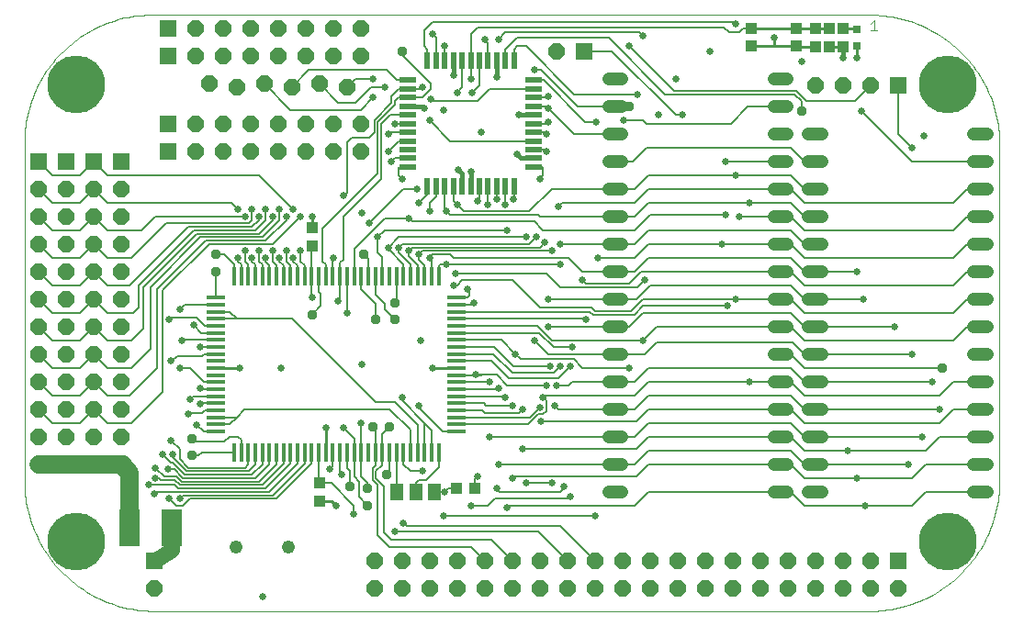
<source format=gtl>
G75*
%MOIN*%
%OFA0B0*%
%FSLAX24Y24*%
%IPPOS*%
%LPD*%
%AMOC8*
5,1,8,0,0,1.08239X$1,22.5*
%
%ADD10C,0.0000*%
%ADD11C,0.0030*%
%ADD12R,0.0394X0.0433*%
%ADD13R,0.0315X0.0315*%
%ADD14R,0.0433X0.0394*%
%ADD15C,0.2100*%
%ADD16R,0.0157X0.0709*%
%ADD17R,0.0709X0.0157*%
%ADD18C,0.0480*%
%ADD19R,0.0394X0.0394*%
%ADD20R,0.0600X0.0600*%
%ADD21OC8,0.0600*%
%ADD22R,0.0591X0.0197*%
%ADD23R,0.0197X0.0591*%
%ADD24C,0.0480*%
%ADD25OC8,0.0337*%
%ADD26R,0.0748X0.1339*%
%ADD27R,0.0512X0.0591*%
%ADD28C,0.0100*%
%ADD29C,0.0258*%
%ADD30C,0.0660*%
%ADD31C,0.0160*%
%ADD32C,0.0050*%
%ADD33C,0.0560*%
D10*
X005630Y001046D02*
X031435Y001046D01*
X031435Y001047D02*
X031570Y001048D01*
X031705Y001053D01*
X031840Y001062D01*
X031974Y001075D01*
X032108Y001091D01*
X032242Y001111D01*
X032375Y001136D01*
X032507Y001163D01*
X032638Y001195D01*
X032769Y001231D01*
X032898Y001270D01*
X033026Y001312D01*
X033153Y001359D01*
X033278Y001409D01*
X033402Y001462D01*
X033525Y001520D01*
X033646Y001580D01*
X033765Y001644D01*
X033882Y001712D01*
X033997Y001782D01*
X034110Y001856D01*
X034221Y001933D01*
X034329Y002014D01*
X034436Y002097D01*
X034539Y002183D01*
X034641Y002273D01*
X034740Y002365D01*
X034836Y002460D01*
X034929Y002557D01*
X035020Y002658D01*
X035107Y002760D01*
X035192Y002866D01*
X035274Y002973D01*
X035352Y003083D01*
X035427Y003195D01*
X035499Y003310D01*
X035568Y003426D01*
X035634Y003544D01*
X035696Y003664D01*
X035754Y003786D01*
X035810Y003909D01*
X035861Y004034D01*
X035909Y004160D01*
X035953Y004288D01*
X035994Y004417D01*
X036031Y004546D01*
X036064Y004677D01*
X036094Y004809D01*
X036120Y004942D01*
X036142Y005075D01*
X036160Y005209D01*
X036174Y005343D01*
X036185Y005478D01*
X036191Y005613D01*
X036194Y005748D01*
X036194Y018019D01*
X036191Y018156D01*
X036184Y018293D01*
X036173Y018429D01*
X036159Y018566D01*
X036140Y018701D01*
X036117Y018836D01*
X036091Y018971D01*
X036060Y019104D01*
X036026Y019237D01*
X035988Y019369D01*
X035946Y019499D01*
X035900Y019628D01*
X035850Y019756D01*
X035797Y019882D01*
X035740Y020007D01*
X035680Y020130D01*
X035616Y020251D01*
X035548Y020370D01*
X035477Y020487D01*
X035403Y020602D01*
X035325Y020715D01*
X035245Y020826D01*
X035161Y020934D01*
X035073Y021040D01*
X034983Y021143D01*
X034890Y021243D01*
X034794Y021341D01*
X034695Y021436D01*
X034593Y021528D01*
X034489Y021617D01*
X034382Y021703D01*
X034273Y021785D01*
X034162Y021865D01*
X034048Y021941D01*
X033932Y022014D01*
X033814Y022083D01*
X033694Y022149D01*
X033572Y022212D01*
X033448Y022271D01*
X033323Y022326D01*
X033196Y022378D01*
X033068Y022426D01*
X032938Y022470D01*
X032807Y022510D01*
X032675Y022547D01*
X032542Y022580D01*
X032408Y022608D01*
X032273Y022633D01*
X032138Y022654D01*
X032002Y022671D01*
X031866Y022685D01*
X031729Y022694D01*
X031592Y022699D01*
X031455Y022700D01*
X005498Y022700D01*
X000801Y018123D02*
X000801Y005692D01*
X000805Y005557D01*
X000814Y005422D01*
X000826Y005287D01*
X000842Y005153D01*
X000862Y005019D01*
X000886Y004886D01*
X000913Y004754D01*
X000945Y004622D01*
X000980Y004491D01*
X001019Y004362D01*
X001061Y004233D01*
X001107Y004106D01*
X001157Y003980D01*
X001210Y003856D01*
X001267Y003733D01*
X001327Y003612D01*
X001391Y003492D01*
X001458Y003375D01*
X001529Y003259D01*
X001602Y003146D01*
X001679Y003035D01*
X001759Y002926D01*
X001843Y002819D01*
X001929Y002714D01*
X002018Y002613D01*
X002110Y002513D01*
X002205Y002417D01*
X002302Y002323D01*
X002402Y002232D01*
X002505Y002144D01*
X002610Y002059D01*
X002718Y001977D01*
X002828Y001898D01*
X002940Y001822D01*
X003054Y001749D01*
X003170Y001680D01*
X003288Y001614D01*
X003408Y001552D01*
X003530Y001493D01*
X003653Y001437D01*
X003778Y001385D01*
X003905Y001336D01*
X004032Y001292D01*
X004161Y001250D01*
X004291Y001213D01*
X004422Y001179D01*
X004554Y001149D01*
X004687Y001123D01*
X004820Y001101D01*
X004954Y001082D01*
X005089Y001067D01*
X005224Y001056D01*
X005359Y001049D01*
X005494Y001046D01*
X005630Y001047D01*
X000800Y018123D02*
X000804Y018258D01*
X000812Y018393D01*
X000823Y018527D01*
X000839Y018661D01*
X000858Y018795D01*
X000881Y018928D01*
X000908Y019060D01*
X000939Y019191D01*
X000974Y019321D01*
X001012Y019451D01*
X001055Y019579D01*
X001101Y019705D01*
X001150Y019831D01*
X001203Y019955D01*
X001260Y020077D01*
X001321Y020198D01*
X001384Y020317D01*
X001452Y020434D01*
X001522Y020548D01*
X001596Y020661D01*
X001673Y020772D01*
X001754Y020880D01*
X001837Y020986D01*
X001924Y021090D01*
X002013Y021190D01*
X002106Y021289D01*
X002201Y021384D01*
X002299Y021477D01*
X002400Y021567D01*
X002503Y021654D01*
X002608Y021737D01*
X002717Y021818D01*
X002827Y021896D01*
X002940Y021970D01*
X003054Y022041D01*
X003171Y022109D01*
X003290Y022173D01*
X003410Y022233D01*
X003532Y022291D01*
X003656Y022344D01*
X003781Y022394D01*
X003908Y022441D01*
X004036Y022483D01*
X004165Y022522D01*
X004295Y022557D01*
X004426Y022589D01*
X004558Y022616D01*
X004691Y022640D01*
X004825Y022659D01*
X004959Y022675D01*
X005093Y022687D01*
X005228Y022695D01*
X005362Y022699D01*
X005497Y022700D01*
D11*
X031515Y022387D02*
X031638Y022510D01*
X031638Y022140D01*
X031515Y022140D02*
X031762Y022140D01*
D12*
X029500Y022210D03*
X029500Y021540D03*
X017147Y005500D03*
X016478Y005500D03*
D13*
X031000Y021580D03*
X031000Y022170D03*
D14*
X030500Y022210D03*
X030000Y022210D03*
X030000Y021540D03*
X030500Y021540D03*
X011250Y014960D03*
X011250Y014290D03*
X011500Y005710D03*
X011500Y005040D03*
D15*
X002697Y003572D03*
X002697Y020178D03*
X034303Y020178D03*
X034303Y003572D03*
D16*
X015836Y006811D03*
X015580Y006811D03*
X015324Y006811D03*
X015068Y006811D03*
X014812Y006811D03*
X014556Y006811D03*
X014300Y006811D03*
X014044Y006811D03*
X013788Y006811D03*
X013532Y006811D03*
X013277Y006811D03*
X013021Y006811D03*
X012765Y006811D03*
X012509Y006811D03*
X012253Y006811D03*
X011997Y006811D03*
X011741Y006811D03*
X011485Y006811D03*
X011229Y006811D03*
X010973Y006811D03*
X010718Y006811D03*
X010462Y006811D03*
X010206Y006811D03*
X009950Y006811D03*
X009694Y006811D03*
X009438Y006811D03*
X009182Y006811D03*
X008926Y006811D03*
X008670Y006811D03*
X008414Y006811D03*
X008414Y013189D03*
X008670Y013189D03*
X008926Y013189D03*
X009182Y013189D03*
X009438Y013189D03*
X009694Y013189D03*
X009950Y013189D03*
X010206Y013189D03*
X010462Y013189D03*
X010718Y013189D03*
X010973Y013189D03*
X011229Y013189D03*
X011485Y013189D03*
X011741Y013189D03*
X011997Y013189D03*
X012253Y013189D03*
X012509Y013189D03*
X012765Y013189D03*
X013021Y013189D03*
X013277Y013189D03*
X013532Y013189D03*
X013788Y013189D03*
X014044Y013189D03*
X014300Y013189D03*
X014556Y013189D03*
X014812Y013189D03*
X015068Y013189D03*
X015324Y013189D03*
X015580Y013189D03*
X015836Y013189D03*
D17*
X016495Y012431D03*
X016495Y012175D03*
X016495Y011919D03*
X016495Y011663D03*
X016495Y011407D03*
X016495Y011152D03*
X016495Y010896D03*
X016495Y010640D03*
X016495Y010384D03*
X016495Y010128D03*
X016495Y009872D03*
X016495Y009616D03*
X016495Y009360D03*
X016495Y009104D03*
X016495Y008848D03*
X016495Y008593D03*
X016495Y008337D03*
X016495Y008081D03*
X016495Y007825D03*
X016495Y007569D03*
X007755Y007569D03*
X007755Y007825D03*
X007755Y008081D03*
X007755Y008337D03*
X007755Y008593D03*
X007755Y008848D03*
X007755Y009104D03*
X007755Y009360D03*
X007755Y009616D03*
X007755Y009872D03*
X007755Y010128D03*
X007755Y010384D03*
X007755Y010640D03*
X007755Y010896D03*
X007755Y011152D03*
X007755Y011407D03*
X007755Y011663D03*
X007755Y011919D03*
X007755Y012175D03*
X007755Y012431D03*
D18*
X022010Y012375D02*
X022490Y012375D01*
X022490Y011375D02*
X022010Y011375D01*
X022010Y010375D02*
X022490Y010375D01*
X022490Y009375D02*
X022010Y009375D01*
X022010Y008375D02*
X022490Y008375D01*
X022490Y007375D02*
X022010Y007375D01*
X022010Y006375D02*
X022490Y006375D01*
X022490Y005375D02*
X022010Y005375D01*
X028010Y005375D02*
X028490Y005375D01*
X029260Y005375D02*
X029740Y005375D01*
X029740Y006375D02*
X029260Y006375D01*
X028490Y006375D02*
X028010Y006375D01*
X028010Y007375D02*
X028490Y007375D01*
X029260Y007375D02*
X029740Y007375D01*
X029740Y008375D02*
X029260Y008375D01*
X028490Y008375D02*
X028010Y008375D01*
X028010Y009375D02*
X028490Y009375D01*
X029260Y009375D02*
X029740Y009375D01*
X029740Y010375D02*
X029260Y010375D01*
X028490Y010375D02*
X028010Y010375D01*
X028010Y011375D02*
X028490Y011375D01*
X029260Y011375D02*
X029740Y011375D01*
X029740Y012375D02*
X029260Y012375D01*
X028490Y012375D02*
X028010Y012375D01*
X028010Y013375D02*
X028490Y013375D01*
X029260Y013375D02*
X029740Y013375D01*
X029740Y014375D02*
X029260Y014375D01*
X028490Y014375D02*
X028010Y014375D01*
X028010Y015375D02*
X028490Y015375D01*
X029260Y015375D02*
X029740Y015375D01*
X029740Y016375D02*
X029260Y016375D01*
X028490Y016375D02*
X028010Y016375D01*
X028010Y017375D02*
X028490Y017375D01*
X029260Y017375D02*
X029740Y017375D01*
X029740Y018375D02*
X029260Y018375D01*
X028490Y018375D02*
X028010Y018375D01*
X028010Y019375D02*
X028490Y019375D01*
X028490Y020375D02*
X028010Y020375D01*
X022490Y020375D02*
X022010Y020375D01*
X022010Y019375D02*
X022490Y019375D01*
X022490Y018375D02*
X022010Y018375D01*
X022010Y017375D02*
X022490Y017375D01*
X022490Y016375D02*
X022010Y016375D01*
X022010Y015375D02*
X022490Y015375D01*
X022490Y014375D02*
X022010Y014375D01*
X022010Y013375D02*
X022490Y013375D01*
X035260Y013375D02*
X035740Y013375D01*
X035740Y012375D02*
X035260Y012375D01*
X035260Y011375D02*
X035740Y011375D01*
X035740Y010375D02*
X035260Y010375D01*
X035260Y009375D02*
X035740Y009375D01*
X035740Y008375D02*
X035260Y008375D01*
X035260Y007375D02*
X035740Y007375D01*
X035740Y006375D02*
X035260Y006375D01*
X035260Y005375D02*
X035740Y005375D01*
X035740Y014375D02*
X035260Y014375D01*
X035260Y015375D02*
X035740Y015375D01*
X035740Y016375D02*
X035260Y016375D01*
X035260Y017375D02*
X035740Y017375D01*
X035740Y018375D02*
X035260Y018375D01*
D19*
X028827Y021560D03*
X028827Y022190D03*
X027173Y022190D03*
X027173Y021560D03*
D20*
X032500Y020125D03*
X021125Y021375D03*
X006000Y021188D03*
X006000Y022188D03*
X006000Y018750D03*
X006000Y017750D03*
X004313Y017375D03*
X003313Y017375D03*
X002313Y017375D03*
X001313Y017375D03*
X005500Y002875D03*
X032500Y002875D03*
D21*
X005500Y001875D03*
X004313Y006375D03*
X003313Y006375D03*
X002313Y006375D03*
X001313Y006375D03*
X001313Y007375D03*
X002313Y007375D03*
X003313Y007375D03*
X004313Y007375D03*
X004313Y008375D03*
X003313Y008375D03*
X002313Y008375D03*
X001313Y008375D03*
X001313Y009375D03*
X002313Y009375D03*
X003313Y009375D03*
X004313Y009375D03*
X004313Y010375D03*
X003313Y010375D03*
X002313Y010375D03*
X001313Y010375D03*
X001313Y011375D03*
X002313Y011375D03*
X003313Y011375D03*
X004313Y011375D03*
X004313Y012375D03*
X003313Y012375D03*
X002313Y012375D03*
X001313Y012375D03*
X001313Y013375D03*
X002313Y013375D03*
X003313Y013375D03*
X004313Y013375D03*
X004313Y014375D03*
X003313Y014375D03*
X002313Y014375D03*
X001313Y014375D03*
X001313Y015375D03*
X002313Y015375D03*
X003313Y015375D03*
X004313Y015375D03*
X004313Y016375D03*
X003313Y016375D03*
X002313Y016375D03*
X001313Y016375D03*
X007000Y017750D03*
X008000Y017750D03*
X009000Y017750D03*
X010000Y017750D03*
X011000Y017750D03*
X012000Y017750D03*
X013000Y017750D03*
X013000Y018750D03*
X012000Y018750D03*
X011000Y018750D03*
X010000Y018750D03*
X009000Y018750D03*
X008000Y018750D03*
X007000Y018750D03*
X007500Y020188D03*
X008500Y020063D03*
X009500Y020188D03*
X010500Y020063D03*
X011500Y020188D03*
X012500Y020063D03*
X012000Y021188D03*
X011000Y021188D03*
X010000Y021188D03*
X009000Y021188D03*
X008000Y021188D03*
X007000Y021188D03*
X007000Y022188D03*
X008000Y022188D03*
X009000Y022188D03*
X010000Y022188D03*
X011000Y022188D03*
X012000Y022188D03*
X013000Y022188D03*
X013000Y021188D03*
X020125Y021375D03*
X029500Y020125D03*
X030500Y020125D03*
X031500Y020125D03*
X031500Y002875D03*
X030500Y002875D03*
X029500Y002875D03*
X028500Y002875D03*
X027500Y002875D03*
X026500Y002875D03*
X025500Y002875D03*
X024500Y002875D03*
X023500Y002875D03*
X022500Y002875D03*
X021500Y002875D03*
X020500Y002875D03*
X019500Y002875D03*
X018500Y002875D03*
X017500Y002875D03*
X016500Y002875D03*
X015500Y002875D03*
X014500Y002875D03*
X013500Y002875D03*
X013500Y001875D03*
X014500Y001875D03*
X015500Y001875D03*
X016500Y001875D03*
X017500Y001875D03*
X018500Y001875D03*
X019500Y001875D03*
X020500Y001875D03*
X021500Y001875D03*
X022500Y001875D03*
X023500Y001875D03*
X024500Y001875D03*
X025500Y001875D03*
X026500Y001875D03*
X027500Y001875D03*
X028500Y001875D03*
X029500Y001875D03*
X030500Y001875D03*
X031500Y001875D03*
X032500Y001875D03*
D22*
X019283Y017175D03*
X019283Y017490D03*
X019283Y017805D03*
X019283Y018120D03*
X019283Y018435D03*
X019283Y018750D03*
X019283Y019065D03*
X019283Y019380D03*
X019283Y019695D03*
X019283Y020010D03*
X019283Y020325D03*
X014717Y020325D03*
X014717Y020010D03*
X014717Y019695D03*
X014717Y019380D03*
X014717Y019065D03*
X014717Y018750D03*
X014717Y018435D03*
X014717Y018120D03*
X014717Y017805D03*
X014717Y017490D03*
X014717Y017175D03*
D23*
X015425Y016467D03*
X015740Y016467D03*
X016055Y016467D03*
X016370Y016467D03*
X016685Y016467D03*
X017000Y016467D03*
X017315Y016467D03*
X017630Y016467D03*
X017945Y016467D03*
X018260Y016467D03*
X018575Y016467D03*
X018575Y021033D03*
X018260Y021033D03*
X017945Y021033D03*
X017630Y021033D03*
X017315Y021033D03*
X017000Y021033D03*
X016685Y021033D03*
X016370Y021033D03*
X016055Y021033D03*
X015740Y021033D03*
X015425Y021033D03*
D24*
X010388Y003375D03*
X008488Y003375D03*
D25*
X012625Y005563D03*
X013250Y005500D03*
X013938Y006000D03*
X013250Y004875D03*
X013438Y007750D03*
X014063Y007750D03*
X014250Y011625D03*
X013563Y011625D03*
X014250Y012250D03*
X013125Y014000D03*
X011250Y011813D03*
X007750Y013375D03*
X007750Y014000D03*
X006875Y007313D03*
X006875Y006688D03*
X022750Y019375D03*
X029000Y019188D03*
X034125Y009875D03*
X014500Y021375D03*
D26*
X006143Y004063D03*
X004607Y004063D03*
D27*
X014331Y005375D03*
X015000Y005375D03*
X015669Y005375D03*
D28*
X012125Y004875D02*
X011960Y005040D01*
X011500Y005040D01*
X011500Y005710D02*
X011485Y005724D01*
X011741Y006811D02*
X011741Y007679D01*
X011750Y007688D01*
X008625Y009875D02*
X008622Y009872D01*
X007755Y009872D01*
X011229Y014270D02*
X011250Y014290D01*
X011250Y014960D02*
X011250Y015375D01*
X015625Y009875D02*
X015690Y009872D01*
X016495Y009872D01*
X031000Y021125D02*
X031000Y021580D01*
X030500Y021540D02*
X030000Y021540D01*
X029500Y021540D02*
X028827Y021540D01*
X028827Y021560D01*
X028000Y021560D01*
X027173Y021560D01*
X028000Y021560D02*
X028000Y021875D01*
X027173Y022190D02*
X028827Y022190D01*
X029480Y022190D01*
X029500Y022210D02*
X030000Y022210D01*
X030500Y022210D02*
X030961Y022210D01*
D29*
X031000Y021125D03*
X030500Y021125D03*
X029000Y021000D03*
X028000Y021875D03*
X026625Y022375D03*
X025688Y021375D03*
X024438Y020375D03*
X023063Y019813D03*
X023813Y019063D03*
X024688Y019063D03*
X022563Y018875D03*
X021563Y018813D03*
X019813Y018813D03*
X019750Y018375D03*
X019750Y017750D03*
X018688Y017625D03*
X019500Y016750D03*
X018563Y016000D03*
X018250Y015813D03*
X017938Y016000D03*
X017625Y015813D03*
X017250Y015938D03*
X016500Y015813D03*
X016125Y015563D03*
X015500Y015563D03*
X015125Y015875D03*
X015063Y016375D03*
X014500Y016750D03*
X014125Y017375D03*
X014000Y017750D03*
X014000Y018375D03*
X014250Y018750D03*
X015313Y019313D03*
X015563Y019625D03*
X015250Y020063D03*
X016375Y020500D03*
X017000Y020375D03*
X017063Y019875D03*
X016500Y019875D03*
X016000Y019250D03*
X015500Y018875D03*
X017375Y018438D03*
X018750Y019063D03*
X019813Y019313D03*
X019813Y019750D03*
X019313Y020688D03*
X017938Y020438D03*
X016063Y021563D03*
X015625Y022000D03*
X017500Y021813D03*
X018000Y021813D03*
X013875Y020063D03*
X013438Y020375D03*
X013438Y019688D03*
X016563Y017063D03*
X017000Y017000D03*
X014750Y015313D03*
X013625Y014625D03*
X014000Y014250D03*
X014375Y014250D03*
X014750Y014125D03*
X015125Y014000D03*
X015500Y013875D03*
X016125Y013625D03*
X016438Y013313D03*
X016375Y012875D03*
X016875Y012750D03*
X017125Y012250D03*
X015188Y010875D03*
X015625Y009875D03*
X017188Y009625D03*
X017688Y009375D03*
X018000Y009125D03*
X018250Y008813D03*
X018500Y008500D03*
X018875Y008375D03*
X019500Y008438D03*
X019625Y008813D03*
X019750Y009250D03*
X020125Y009250D03*
X020250Y009938D03*
X019875Y009938D03*
X020625Y009938D03*
X020688Y010625D03*
X019813Y011375D03*
X019313Y010875D03*
X018625Y010375D03*
X021188Y011625D03*
X019813Y012375D03*
X021063Y013063D03*
X020250Y013625D03*
X019938Y014125D03*
X020250Y014375D03*
X019688Y014438D03*
X019375Y014625D03*
X019000Y014625D03*
X018313Y014875D03*
X020188Y015750D03*
X021625Y013875D03*
X023313Y013063D03*
X026125Y014375D03*
X026250Y015438D03*
X026750Y015375D03*
X027125Y015875D03*
X026625Y016875D03*
X026250Y017375D03*
X031188Y019188D03*
X033000Y017875D03*
X033438Y018313D03*
X031000Y013375D03*
X031250Y012375D03*
X032375Y011375D03*
X033000Y010375D03*
X033750Y009375D03*
X034000Y008375D03*
X033375Y007375D03*
X032875Y006375D03*
X031000Y005875D03*
X030688Y006875D03*
X031313Y004875D03*
X027125Y009375D03*
X023250Y010875D03*
X022750Y009875D03*
X020063Y008500D03*
X019563Y007938D03*
X018875Y006938D03*
X018000Y006375D03*
X018500Y005875D03*
X019000Y005688D03*
X019938Y005688D03*
X020375Y005563D03*
X020625Y005188D03*
X021500Y004500D03*
X018313Y004813D03*
X017938Y005500D03*
X017250Y005938D03*
X016063Y005375D03*
X017000Y004875D03*
X016000Y004500D03*
X014563Y004250D03*
X014250Y003938D03*
X012750Y004563D03*
X012125Y004875D03*
X012313Y006000D03*
X011875Y006188D03*
X011750Y007688D03*
X012375Y007688D03*
X013000Y007875D03*
X014500Y008813D03*
X015125Y008500D03*
X013063Y010000D03*
X012500Y011875D03*
X012188Y012313D03*
X011250Y012438D03*
X010563Y013875D03*
X010813Y014125D03*
X010313Y014125D03*
X010063Y013875D03*
X009813Y014125D03*
X009563Y013875D03*
X009313Y014125D03*
X009063Y013875D03*
X008813Y014125D03*
X008563Y013875D03*
X008813Y015375D03*
X009063Y015625D03*
X009313Y015375D03*
X009563Y015625D03*
X009813Y015375D03*
X010063Y015625D03*
X010313Y015375D03*
X010563Y015625D03*
X010813Y015375D03*
X011250Y015375D03*
X012375Y016125D03*
X013063Y015500D03*
X013313Y015125D03*
X012000Y013875D03*
X008563Y015625D03*
X006438Y012000D03*
X006063Y011625D03*
X006938Y011438D03*
X006500Y010875D03*
X007188Y010625D03*
X006438Y009875D03*
X006125Y010125D03*
X007188Y009125D03*
X006813Y008750D03*
X007188Y008563D03*
X006750Y008188D03*
X007063Y007813D03*
X006125Y007250D03*
X006188Y006750D03*
X005813Y006750D03*
X005563Y006250D03*
X005563Y005875D03*
X005313Y005625D03*
X005500Y005313D03*
X006063Y005125D03*
X006438Y005125D03*
X006000Y006188D03*
X008625Y009875D03*
X010125Y009875D03*
X015250Y006125D03*
X017688Y007375D03*
X026313Y012125D03*
X026625Y012375D03*
X022750Y021563D03*
X023250Y021938D03*
X009438Y001563D03*
D30*
X004607Y004063D02*
X004607Y006080D01*
X004313Y006375D01*
X003313Y006375D01*
X004375Y006375D02*
X001313Y006375D01*
D31*
X016685Y016467D02*
X016685Y016940D01*
X016563Y017063D01*
X017000Y017000D02*
X017000Y016467D01*
X018688Y017625D02*
X018822Y017490D01*
X019283Y017490D01*
X019283Y019065D02*
X018752Y019065D01*
X018750Y019063D01*
X017938Y020438D02*
X017945Y020445D01*
X017945Y021033D01*
X016370Y021033D02*
X016370Y020505D01*
X016375Y020500D01*
X015245Y019380D02*
X014717Y019380D01*
X015245Y019380D02*
X015313Y019313D01*
X030500Y021125D02*
X030500Y021540D01*
D32*
X030961Y022170D02*
X031000Y022170D01*
X030961Y022210D01*
X029500Y022210D02*
X029480Y022190D01*
X027173Y022190D02*
X026877Y022190D01*
X026750Y022063D01*
X026375Y022063D01*
X026188Y022250D01*
X017250Y022250D01*
X017000Y022000D01*
X017000Y021033D01*
X017000Y020375D01*
X017315Y020127D02*
X017063Y019875D01*
X017315Y020127D02*
X017315Y021033D01*
X017630Y021033D02*
X017630Y021683D01*
X017500Y021813D01*
X018000Y021813D02*
X018250Y022063D01*
X023125Y022063D01*
X023250Y021938D01*
X022750Y021563D02*
X024375Y019938D01*
X028813Y019938D01*
X029188Y019563D01*
X030938Y019563D01*
X031500Y020125D01*
X032500Y020125D02*
X032500Y018375D01*
X033000Y017875D01*
X033000Y017375D02*
X031188Y019188D01*
X029000Y019188D02*
X029000Y019563D01*
X028750Y019813D01*
X024063Y019813D01*
X022000Y021875D01*
X018688Y021875D01*
X018260Y021447D01*
X018260Y021033D01*
X018575Y021033D02*
X018575Y021450D01*
X018688Y021563D01*
X019000Y021563D01*
X020750Y019813D01*
X023063Y019813D01*
X022750Y019375D02*
X022250Y019375D01*
X020875Y019375D01*
X019563Y020688D01*
X019313Y020688D01*
X019283Y020325D02*
X019637Y020325D01*
X021150Y018813D01*
X021563Y018813D01*
X022250Y018375D02*
X020750Y018375D01*
X019813Y019313D01*
X019745Y019380D01*
X019283Y019380D01*
X019283Y019695D02*
X019757Y019695D01*
X019813Y019750D01*
X019283Y020010D02*
X017697Y020010D01*
X017250Y019563D01*
X015625Y019563D01*
X015563Y019625D01*
X015257Y019695D02*
X015563Y020000D01*
X015563Y020188D01*
X014500Y021250D01*
X014500Y021375D01*
X015313Y021563D02*
X015313Y022125D01*
X015625Y022438D01*
X026563Y022438D01*
X026625Y022375D01*
X027171Y022188D02*
X027173Y022190D01*
X027063Y019375D02*
X026438Y018750D01*
X023375Y018750D01*
X023250Y018875D01*
X022563Y018875D01*
X023375Y017875D02*
X022875Y017375D01*
X022250Y017375D01*
X023375Y017875D02*
X028625Y017875D01*
X029125Y017375D01*
X029500Y017375D01*
X028625Y016875D02*
X029125Y016375D01*
X029500Y016375D01*
X029125Y015875D02*
X028625Y016375D01*
X028250Y016375D01*
X023438Y016375D01*
X022938Y015875D01*
X020313Y015875D01*
X020188Y015750D01*
X019938Y016375D02*
X019125Y015563D01*
X016750Y015563D01*
X016500Y015813D01*
X016370Y015942D01*
X016370Y016467D01*
X016055Y016467D02*
X016055Y015632D01*
X016125Y015563D01*
X016250Y015438D01*
X019438Y015438D01*
X019500Y015375D01*
X022250Y015375D01*
X022938Y015375D01*
X023438Y015875D01*
X027125Y015875D01*
X028625Y015875D01*
X029125Y015375D01*
X029500Y015375D01*
X029125Y014875D02*
X028625Y015375D01*
X028250Y015375D01*
X026750Y015375D01*
X026250Y015438D02*
X023500Y015438D01*
X022938Y014875D01*
X019625Y014875D01*
X019313Y015188D01*
X014875Y015188D01*
X014750Y015313D01*
X013875Y015313D01*
X012765Y014202D01*
X012765Y013189D01*
X013021Y013189D02*
X013021Y012729D01*
X013563Y012188D01*
X013563Y011625D01*
X013875Y012000D02*
X014250Y011625D01*
X013875Y012000D02*
X013875Y012188D01*
X013532Y012530D01*
X013532Y013189D01*
X013277Y013189D02*
X013277Y013848D01*
X013125Y014000D01*
X013625Y014063D02*
X013625Y014625D01*
X013875Y014875D01*
X018313Y014875D01*
X019000Y014625D02*
X014375Y014625D01*
X014000Y014250D01*
X014000Y014188D01*
X014556Y013631D01*
X014556Y013189D01*
X014300Y013189D02*
X014300Y012300D01*
X014250Y012250D01*
X013788Y013189D02*
X013788Y013899D01*
X013625Y014063D01*
X014375Y014063D02*
X014375Y014250D01*
X014500Y014375D01*
X019125Y014375D01*
X019375Y014625D01*
X019688Y014438D02*
X019500Y014250D01*
X014875Y014250D01*
X014750Y014125D01*
X014750Y013938D01*
X015068Y013620D01*
X015068Y013189D01*
X015324Y013189D02*
X015324Y013614D01*
X015125Y013813D01*
X015125Y014000D01*
X015250Y014125D01*
X019938Y014125D01*
X020250Y014375D02*
X022250Y014375D01*
X022938Y014375D01*
X023438Y014875D01*
X028625Y014875D01*
X029125Y014375D01*
X029500Y014375D01*
X029125Y013875D02*
X028625Y014375D01*
X028250Y014375D01*
X026125Y014375D01*
X023438Y014375D01*
X022938Y013875D01*
X021625Y013875D01*
X021063Y013375D02*
X022250Y013375D01*
X022938Y013375D01*
X023438Y013875D01*
X028625Y013875D01*
X029125Y013375D01*
X029500Y013375D01*
X031000Y013375D01*
X031250Y012375D02*
X029500Y012375D01*
X029125Y012375D01*
X028625Y012875D01*
X023500Y012875D01*
X023000Y012375D01*
X022250Y012375D01*
X019813Y012375D01*
X019500Y012063D02*
X018500Y013063D01*
X016688Y013063D01*
X016500Y012875D01*
X016375Y012875D01*
X016875Y012750D02*
X016938Y012688D01*
X016938Y012500D01*
X016869Y012431D01*
X016495Y012431D01*
X016495Y012175D02*
X017050Y012175D01*
X017125Y012250D01*
X016495Y011919D02*
X021331Y011919D01*
X021438Y011813D01*
X022938Y011813D01*
X023250Y012125D01*
X026313Y012125D01*
X026625Y012375D02*
X023250Y012375D01*
X022813Y011938D01*
X021500Y011938D01*
X021375Y012063D01*
X019500Y012063D01*
X019405Y011407D02*
X019938Y010875D01*
X023250Y010875D01*
X023750Y011375D01*
X028250Y011375D01*
X028625Y011375D01*
X029125Y010875D01*
X034500Y010875D01*
X035000Y011375D01*
X035500Y011375D01*
X034500Y011875D02*
X029125Y011875D01*
X028625Y012375D01*
X028250Y012375D01*
X026625Y012375D01*
X028250Y013375D02*
X023188Y013375D01*
X022750Y012938D01*
X021188Y012938D01*
X021063Y013063D01*
X021063Y013375D02*
X020563Y013875D01*
X016375Y013875D01*
X016250Y014000D01*
X015625Y014000D01*
X015500Y013875D01*
X015580Y013795D01*
X015580Y013189D01*
X015836Y013189D02*
X015836Y013586D01*
X015875Y013625D01*
X016125Y013625D01*
X020250Y013625D01*
X019750Y013313D02*
X016438Y013313D01*
X014812Y013189D02*
X014812Y013625D01*
X014375Y014063D01*
X013313Y015125D02*
X014563Y016375D01*
X015063Y016375D01*
X015425Y016467D02*
X015425Y016175D01*
X015125Y015875D01*
X015500Y015875D02*
X015500Y015563D01*
X015500Y015875D02*
X015740Y016115D01*
X015740Y016467D01*
X016685Y016467D02*
X016688Y016464D01*
X017315Y016467D02*
X017315Y016002D01*
X017250Y015938D01*
X017625Y015813D02*
X017630Y015817D01*
X017630Y016467D01*
X017945Y016467D02*
X017945Y016007D01*
X017938Y016000D01*
X018260Y015885D02*
X018250Y015813D01*
X018260Y015885D02*
X018260Y016467D01*
X018575Y016467D02*
X018575Y016012D01*
X018563Y016000D01*
X019500Y016750D02*
X019625Y016875D01*
X019625Y017125D01*
X019575Y017175D01*
X019283Y017175D01*
X019283Y017805D02*
X019695Y017805D01*
X019750Y017750D01*
X019283Y018120D02*
X016255Y018120D01*
X015500Y018875D01*
X014717Y018750D02*
X014250Y018750D01*
X014065Y018435D02*
X014000Y018375D01*
X014065Y018435D02*
X014717Y018435D01*
X014717Y018120D02*
X014370Y018120D01*
X014000Y017750D01*
X014240Y017490D02*
X014125Y017375D01*
X014240Y017490D02*
X014717Y017490D01*
X014717Y017175D02*
X014425Y017175D01*
X014375Y017125D01*
X014375Y016875D01*
X014500Y016750D01*
X013750Y016750D02*
X013750Y018750D01*
X014065Y019065D01*
X014717Y019065D01*
X014250Y019438D02*
X013625Y018813D01*
X013625Y016938D01*
X011625Y014938D01*
X011625Y013750D01*
X011741Y013634D01*
X011741Y013189D01*
X011485Y013189D02*
X011485Y012640D01*
X011563Y012563D01*
X011563Y012125D01*
X011250Y011813D01*
X011250Y012438D02*
X011229Y012458D01*
X011229Y013189D01*
X011229Y014270D01*
X010813Y014125D02*
X010813Y013750D01*
X010973Y013589D01*
X010973Y013189D01*
X010718Y013189D02*
X010718Y013595D01*
X010563Y013750D01*
X010563Y013875D01*
X010313Y013750D02*
X010313Y014125D01*
X010063Y013875D02*
X010063Y013750D01*
X010206Y013607D01*
X010206Y013189D01*
X010462Y013189D02*
X010462Y013601D01*
X010313Y013750D01*
X009950Y013613D02*
X009813Y013750D01*
X009813Y014125D01*
X009813Y014375D02*
X007500Y014375D01*
X005813Y012688D01*
X005813Y009000D01*
X004688Y007875D01*
X003813Y007875D01*
X003313Y008375D01*
X002813Y007875D01*
X001813Y007875D01*
X001313Y008375D01*
X001813Y008875D02*
X002813Y008875D01*
X003313Y009375D01*
X003813Y008875D01*
X004625Y008875D01*
X005625Y009875D01*
X005625Y012750D01*
X007375Y014500D01*
X009563Y014500D01*
X010313Y015250D01*
X010313Y015375D01*
X010063Y015250D02*
X009438Y014625D01*
X007188Y014625D01*
X005375Y012813D01*
X005375Y010563D01*
X004688Y009875D01*
X003813Y009875D01*
X003313Y010375D01*
X002813Y009875D01*
X001813Y009875D01*
X001313Y010375D01*
X001813Y010875D02*
X002813Y010875D01*
X003313Y011375D01*
X003813Y010875D01*
X004688Y010875D01*
X005125Y011313D01*
X005125Y012813D01*
X007063Y014750D01*
X009313Y014750D01*
X009813Y015250D01*
X009813Y015375D01*
X010063Y015250D02*
X010063Y015625D01*
X010563Y015625D02*
X009313Y016875D01*
X003813Y016875D01*
X003313Y017375D01*
X002813Y016875D01*
X001813Y016875D01*
X001313Y017375D01*
X001313Y016375D02*
X001813Y015875D01*
X002813Y015875D01*
X003313Y016375D01*
X003813Y015875D01*
X008313Y015875D01*
X008563Y015625D01*
X008813Y015375D02*
X005563Y015375D01*
X005063Y014875D01*
X003813Y014875D01*
X003313Y015375D01*
X002813Y014875D01*
X001813Y014875D01*
X001313Y015375D01*
X001313Y014375D02*
X001813Y013875D01*
X002813Y013875D01*
X003313Y014375D01*
X003813Y013875D01*
X004688Y013875D01*
X005938Y015125D01*
X008938Y015125D01*
X009063Y015250D01*
X009063Y015625D01*
X009313Y015375D02*
X009313Y015250D01*
X009063Y015000D01*
X006750Y015000D01*
X004625Y012875D01*
X003813Y012875D01*
X003313Y013375D01*
X002813Y012875D01*
X001813Y012875D01*
X001313Y013375D01*
X001313Y012375D02*
X001813Y011875D01*
X002813Y011875D01*
X003313Y012375D01*
X003813Y011875D01*
X004750Y011875D01*
X004938Y012063D01*
X004938Y012875D01*
X006938Y014875D01*
X009188Y014875D01*
X009563Y015250D01*
X009563Y015625D01*
X010813Y015375D02*
X009813Y014375D01*
X009313Y014125D02*
X009313Y013750D01*
X009438Y013625D01*
X009438Y013189D01*
X009694Y013189D02*
X009694Y013619D01*
X009563Y013750D01*
X009563Y013875D01*
X009182Y013630D02*
X009063Y013750D01*
X009063Y013875D01*
X009182Y013630D02*
X009182Y013189D01*
X008926Y013189D02*
X008926Y013636D01*
X008813Y013750D01*
X008813Y014125D01*
X008563Y013875D02*
X008563Y013750D01*
X008670Y013642D01*
X008670Y013189D01*
X008414Y013189D02*
X008414Y013648D01*
X008063Y014000D01*
X007750Y014000D01*
X007750Y013375D02*
X007755Y013370D01*
X007755Y012431D01*
X007755Y012175D02*
X006613Y012175D01*
X006438Y012000D01*
X006125Y011688D02*
X006063Y011625D01*
X006125Y011688D02*
X007063Y011688D01*
X007343Y011407D01*
X007755Y011407D01*
X007755Y011152D02*
X007223Y011152D01*
X006938Y011438D01*
X006521Y010896D02*
X006500Y010875D01*
X006521Y010896D02*
X007755Y010896D01*
X007755Y010640D02*
X007202Y010640D01*
X007188Y010625D01*
X007321Y010384D02*
X007250Y010313D01*
X006375Y010313D01*
X006125Y010125D01*
X006438Y009875D02*
X006813Y009875D01*
X007327Y009360D01*
X007755Y009360D01*
X007755Y009104D02*
X007208Y009104D01*
X007188Y009125D01*
X006902Y008848D02*
X006813Y008750D01*
X006902Y008848D02*
X007755Y008848D01*
X007755Y008593D02*
X007220Y008593D01*
X007188Y008563D01*
X007337Y008337D02*
X007250Y008250D01*
X006813Y008250D01*
X006750Y008188D01*
X007063Y007813D02*
X007319Y007569D01*
X007755Y007569D01*
X007749Y007563D01*
X007755Y007825D02*
X008244Y007825D01*
X008500Y008081D01*
X008794Y008375D01*
X014063Y008375D01*
X014813Y007625D01*
X014812Y007625D01*
X014812Y006811D01*
X014556Y006811D02*
X014556Y006381D01*
X014813Y006125D01*
X015250Y006125D01*
X015375Y005813D02*
X015836Y006273D01*
X015836Y006811D01*
X015580Y006811D02*
X015580Y007608D01*
X015313Y007875D01*
X014500Y008688D01*
X014500Y008813D01*
X014250Y008625D02*
X015068Y007807D01*
X015068Y006811D01*
X015313Y006822D02*
X015313Y007875D01*
X015125Y008438D02*
X015125Y008500D01*
X015125Y008438D02*
X015994Y007569D01*
X016495Y007569D01*
X016495Y007825D02*
X019075Y007825D01*
X019438Y008188D01*
X019625Y008188D01*
X019750Y008313D01*
X019750Y008688D01*
X019625Y008813D01*
X019688Y008875D01*
X022938Y008875D01*
X023438Y009375D01*
X027125Y009375D01*
X028250Y009375D01*
X028625Y009375D01*
X029125Y008875D01*
X034000Y008875D01*
X034500Y009375D01*
X035500Y009375D01*
X035500Y008375D02*
X034500Y008375D01*
X034000Y007875D01*
X029125Y007875D01*
X028625Y008375D01*
X028250Y008375D01*
X023438Y008375D01*
X023000Y007938D01*
X019563Y007938D01*
X019143Y008081D02*
X019500Y008438D01*
X019143Y008081D02*
X016495Y008081D01*
X016495Y008337D02*
X017413Y008337D01*
X017500Y008250D01*
X018750Y008250D01*
X018875Y008375D01*
X018500Y008500D02*
X017560Y008500D01*
X017468Y008593D01*
X016495Y008593D01*
X016495Y008848D02*
X018214Y008848D01*
X018250Y008813D01*
X017979Y009104D02*
X018000Y009125D01*
X017979Y009104D02*
X016495Y009104D01*
X016495Y009360D02*
X017673Y009360D01*
X017688Y009375D01*
X017938Y009625D02*
X017188Y009625D01*
X017384Y009616D01*
X016495Y009616D01*
X016492Y010125D02*
X016495Y010128D01*
X017747Y010128D01*
X018375Y009500D01*
X020188Y009500D01*
X020625Y009938D01*
X020750Y010188D02*
X021063Y009875D01*
X022750Y009875D01*
X022938Y009375D02*
X023438Y009875D01*
X028625Y009875D01*
X029125Y009375D01*
X029500Y009375D01*
X033750Y009375D01*
X034125Y009875D02*
X029125Y009875D01*
X028625Y010375D01*
X028250Y010375D01*
X028688Y010813D02*
X023750Y010813D01*
X023313Y010375D01*
X022250Y010375D01*
X019813Y010375D01*
X019313Y010875D01*
X019473Y011152D02*
X016495Y011152D01*
X016495Y011407D02*
X019405Y011407D01*
X019473Y011152D02*
X020000Y010625D01*
X020688Y010625D01*
X020750Y010188D02*
X018813Y010188D01*
X018625Y010375D01*
X018104Y010896D01*
X016495Y010896D01*
X016495Y010640D02*
X017860Y010640D01*
X018563Y009938D01*
X019875Y009938D01*
X020000Y009688D02*
X020250Y009938D01*
X020000Y009688D02*
X018500Y009688D01*
X017804Y010384D01*
X016495Y010384D01*
X017938Y009625D02*
X018313Y009250D01*
X019750Y009250D01*
X020125Y009250D02*
X020563Y009250D01*
X020688Y009375D01*
X022250Y009375D01*
X022938Y009375D01*
X023438Y008875D02*
X022938Y008375D01*
X022250Y008375D01*
X020188Y008375D01*
X020063Y008500D01*
X022250Y007375D02*
X017688Y007375D01*
X018875Y006938D02*
X023000Y006938D01*
X023438Y007375D01*
X028250Y007375D01*
X028625Y007375D01*
X029125Y006875D01*
X030688Y006875D01*
X033500Y006875D01*
X034000Y007375D01*
X035500Y007375D01*
X035500Y006375D02*
X033500Y006375D01*
X033000Y005875D01*
X031000Y005875D01*
X029125Y005875D01*
X028625Y006375D01*
X028250Y006375D01*
X023438Y006375D01*
X023000Y005938D01*
X018563Y005938D01*
X018500Y005875D01*
X019000Y005688D02*
X019938Y005688D01*
X020250Y005375D02*
X020375Y005500D01*
X020375Y005563D01*
X020250Y005375D02*
X018063Y005375D01*
X017938Y005500D01*
X017875Y005125D02*
X017625Y004875D01*
X017000Y004875D01*
X016188Y005500D02*
X016063Y005375D01*
X015669Y005375D01*
X016188Y005500D02*
X016478Y005500D01*
X017147Y005500D02*
X017147Y005835D01*
X017250Y005938D01*
X018000Y006375D02*
X022250Y006375D01*
X022938Y006375D01*
X023438Y006875D01*
X028625Y006875D01*
X029125Y006375D01*
X029500Y006375D01*
X032875Y006375D01*
X033375Y007375D02*
X029500Y007375D01*
X029125Y007375D01*
X028625Y007875D01*
X023438Y007875D01*
X022938Y007375D01*
X022250Y007375D01*
X023438Y008875D02*
X028625Y008875D01*
X029125Y008375D01*
X029500Y008375D01*
X034000Y008375D01*
X033000Y010375D02*
X029500Y010375D01*
X029125Y010375D01*
X028688Y010813D01*
X029125Y011375D02*
X029500Y011375D01*
X032375Y011375D01*
X034500Y011875D02*
X035000Y012375D01*
X035500Y012375D01*
X034500Y012875D02*
X029125Y012875D01*
X028625Y013375D01*
X028250Y013375D01*
X029125Y013875D02*
X034500Y013875D01*
X035000Y014375D01*
X035500Y014375D01*
X034500Y014875D02*
X029125Y014875D01*
X029125Y015875D02*
X034500Y015875D01*
X035000Y016375D01*
X035500Y016375D01*
X035500Y015375D02*
X035000Y015375D01*
X034500Y014875D01*
X035000Y013375D02*
X034500Y012875D01*
X035000Y013375D02*
X035500Y013375D01*
X035500Y017375D02*
X033000Y017375D01*
X028625Y016875D02*
X026625Y016875D01*
X023438Y016875D01*
X022938Y016375D01*
X022250Y016375D01*
X019938Y016375D01*
X019750Y018375D02*
X019690Y018435D01*
X019283Y018435D01*
X019283Y018750D02*
X019750Y018750D01*
X019813Y018813D01*
X016685Y020060D02*
X016685Y021033D01*
X016055Y021033D02*
X016055Y021430D01*
X016063Y021438D01*
X016063Y021563D01*
X015740Y021885D02*
X015740Y021033D01*
X015425Y021033D02*
X015425Y021450D01*
X015313Y021563D01*
X015740Y021885D02*
X015625Y022000D01*
X014300Y020325D02*
X013938Y020688D01*
X011125Y020688D01*
X010500Y020063D01*
X011500Y020188D02*
X012188Y019500D01*
X012813Y019500D01*
X013375Y020063D01*
X013875Y020063D01*
X014125Y019750D02*
X014125Y019500D01*
X013500Y018875D01*
X013500Y018438D01*
X013313Y018250D01*
X012688Y018250D01*
X012500Y018063D01*
X012500Y016250D01*
X012375Y016125D01*
X012375Y015375D02*
X013750Y016750D01*
X012375Y015375D02*
X012375Y013813D01*
X012253Y013690D01*
X012253Y013189D01*
X012253Y012378D01*
X012188Y012313D01*
X012509Y011884D02*
X012500Y011875D01*
X012509Y011884D02*
X012509Y013189D01*
X011997Y013189D02*
X011997Y013872D01*
X012000Y013875D01*
X009950Y013613D02*
X009950Y013189D01*
X008500Y011663D02*
X008244Y011919D01*
X007755Y011919D01*
X007755Y011663D02*
X008500Y011663D01*
X010524Y011663D01*
X013563Y008625D01*
X014250Y008625D01*
X013000Y007875D02*
X013000Y006832D01*
X013000Y005938D01*
X013250Y005688D01*
X013250Y005500D01*
X013438Y005813D02*
X013438Y006250D01*
X013532Y006345D01*
X013532Y006811D01*
X013532Y007655D01*
X013438Y007750D01*
X013788Y007476D02*
X014063Y007750D01*
X013788Y007476D02*
X013788Y006811D01*
X013788Y006351D01*
X013563Y006125D01*
X013563Y005875D01*
X013851Y005587D01*
X013851Y003899D01*
X014125Y003625D01*
X017750Y003625D01*
X018500Y002875D01*
X017500Y002875D02*
X017000Y003375D01*
X014063Y003375D01*
X013625Y003813D01*
X013625Y005625D01*
X013438Y005813D01*
X013938Y006000D02*
X014044Y006107D01*
X014044Y006811D01*
X014300Y006811D02*
X014300Y005671D01*
X014331Y005640D01*
X014331Y005375D01*
X015000Y005375D02*
X015000Y005688D01*
X015125Y005813D01*
X015375Y005813D01*
X015324Y006811D02*
X015313Y006822D01*
X013021Y006811D02*
X013000Y006832D01*
X012765Y006811D02*
X012765Y007298D01*
X012375Y007688D01*
X012253Y006811D02*
X012253Y006060D01*
X012313Y006000D01*
X012509Y006241D02*
X012625Y006125D01*
X012625Y005563D01*
X012938Y005750D02*
X012938Y005188D01*
X013250Y004875D01*
X012750Y004875D02*
X012750Y004563D01*
X012750Y004875D02*
X011938Y005688D01*
X011522Y005688D01*
X011500Y005710D01*
X011485Y005724D02*
X011485Y006811D01*
X011229Y006811D02*
X011229Y006417D01*
X009938Y005125D01*
X006813Y005125D01*
X006563Y004875D01*
X006313Y004875D01*
X006063Y005125D01*
X006438Y005125D02*
X006563Y005250D01*
X009813Y005250D01*
X010973Y006411D01*
X010973Y006811D01*
X010718Y006811D02*
X010718Y006405D01*
X009688Y005375D01*
X005563Y005375D01*
X005500Y005313D01*
X005313Y005625D02*
X006250Y005625D01*
X006375Y005500D01*
X009563Y005500D01*
X010462Y006399D01*
X010462Y006811D01*
X010206Y006811D02*
X010206Y006393D01*
X009438Y005625D01*
X006438Y005625D01*
X006250Y005813D01*
X005750Y005813D01*
X005688Y005875D01*
X005563Y005875D01*
X005875Y005938D02*
X005563Y006250D01*
X005875Y005938D02*
X006313Y005938D01*
X006500Y005750D01*
X009313Y005750D01*
X009950Y006387D01*
X009950Y006811D01*
X009694Y006811D02*
X009694Y006381D01*
X009188Y005875D01*
X006563Y005875D01*
X006250Y006188D01*
X006000Y006188D01*
X006125Y006438D02*
X005813Y006750D01*
X006188Y006750D02*
X006188Y006625D01*
X006688Y006125D01*
X008938Y006125D01*
X009182Y006370D01*
X009182Y006811D01*
X008926Y006811D02*
X008926Y006364D01*
X008813Y006250D01*
X006750Y006250D01*
X006438Y006563D01*
X006438Y006938D01*
X006125Y007250D01*
X006875Y007313D02*
X007000Y007188D01*
X008063Y007188D01*
X008250Y007375D01*
X008563Y007375D01*
X008670Y007267D01*
X008670Y006811D01*
X008414Y006811D02*
X007251Y006811D01*
X007128Y006688D01*
X006875Y006688D01*
X006188Y006438D02*
X006125Y006438D01*
X006188Y006438D02*
X006625Y006000D01*
X009063Y006000D01*
X009438Y006375D01*
X009438Y006811D01*
X008500Y008081D02*
X007755Y008081D01*
X007755Y008337D02*
X007337Y008337D01*
X007321Y010384D02*
X007755Y010384D01*
X011997Y006811D02*
X011997Y006310D01*
X011875Y006188D01*
X012509Y006241D02*
X012509Y006811D01*
X012765Y006811D02*
X012765Y005923D01*
X012938Y005750D01*
X014563Y004250D02*
X014688Y004125D01*
X020250Y004125D01*
X021500Y002875D01*
X020500Y002875D02*
X019438Y003938D01*
X014250Y003938D01*
X016000Y004500D02*
X021500Y004500D01*
X020625Y005188D02*
X020563Y005125D01*
X017875Y005125D01*
X018313Y004813D02*
X018375Y004875D01*
X022938Y004875D01*
X023438Y005375D01*
X028250Y005375D01*
X028625Y005375D01*
X029125Y004875D01*
X031313Y004875D01*
X033000Y004875D01*
X033500Y005375D01*
X035500Y005375D01*
X029125Y011375D02*
X028625Y011875D01*
X023250Y011875D01*
X022750Y011375D01*
X022250Y011375D01*
X019813Y011375D01*
X021149Y011663D02*
X021188Y011625D01*
X021149Y011663D02*
X016495Y011663D01*
X019750Y013313D02*
X020250Y012813D01*
X023063Y012813D01*
X023313Y013063D01*
X026250Y017375D02*
X028250Y017375D01*
X028250Y019375D02*
X027063Y019375D01*
X024688Y019063D02*
X024438Y019063D01*
X022125Y021375D01*
X021125Y021375D01*
X016685Y020060D02*
X016500Y019875D01*
X015257Y019695D02*
X014717Y019695D01*
X014382Y019695D01*
X014250Y019563D01*
X014250Y019438D01*
X014125Y019750D02*
X014385Y020010D01*
X014717Y020010D01*
X015197Y020010D01*
X015250Y020063D01*
X014717Y020325D02*
X014300Y020325D01*
X013438Y020375D02*
X012813Y020375D01*
X012500Y020063D01*
X013000Y019250D02*
X013438Y019688D01*
X013000Y019250D02*
X010438Y019250D01*
X009500Y020188D01*
X001313Y011375D02*
X001813Y010875D01*
X001313Y009375D02*
X001813Y008875D01*
D33*
X006143Y004063D02*
X006143Y003268D01*
X005500Y002875D01*
M02*

</source>
